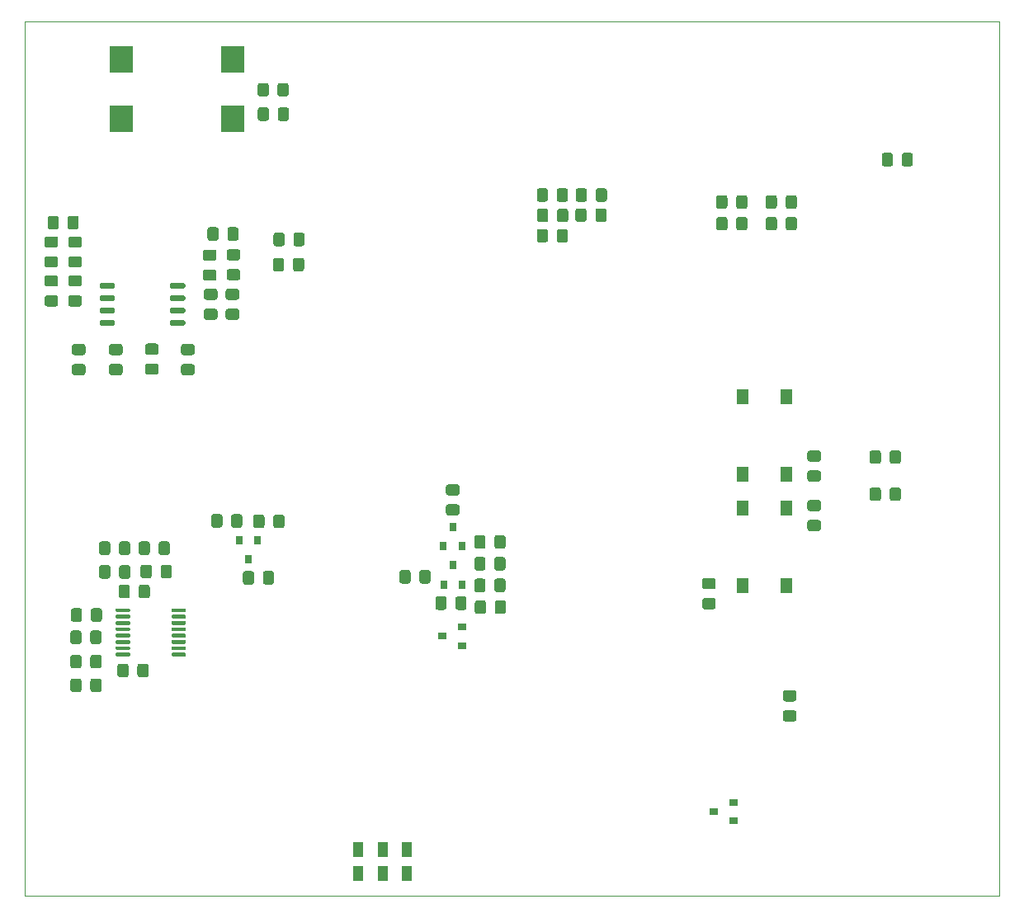
<source format=gbr>
%TF.GenerationSoftware,KiCad,Pcbnew,5.1.6+dfsg1-1*%
%TF.CreationDate,2021-04-07T14:27:39-04:00*%
%TF.ProjectId,uSDX-x,75534458-2d78-42e6-9b69-6361645f7063,rev?*%
%TF.SameCoordinates,Original*%
%TF.FileFunction,Paste,Top*%
%TF.FilePolarity,Positive*%
%FSLAX46Y46*%
G04 Gerber Fmt 4.6, Leading zero omitted, Abs format (unit mm)*
G04 Created by KiCad (PCBNEW 5.1.6+dfsg1-1) date 2021-04-07 14:27:39*
%MOMM*%
%LPD*%
G01*
G04 APERTURE LIST*
%TA.AperFunction,Profile*%
%ADD10C,0.050000*%
%TD*%
%ADD11R,2.400000X2.800000*%
%ADD12R,1.300000X1.550000*%
%ADD13R,1.000000X1.600000*%
%ADD14R,0.900000X0.800000*%
%ADD15R,0.800000X0.900000*%
G04 APERTURE END LIST*
D10*
X89350000Y-143150000D02*
X89350000Y-53400000D01*
X189350000Y-143150000D02*
X89350000Y-143150000D01*
X189350000Y-53400000D02*
X189350000Y-143150000D01*
X89350000Y-53400000D02*
X189350000Y-53400000D01*
D11*
%TO.C,J1*%
X99300000Y-57300000D03*
X99300000Y-63400000D03*
X110700000Y-63400000D03*
X110700000Y-57300000D03*
%TD*%
%TO.C,U2*%
G36*
G01*
X104233600Y-80665000D02*
X104233600Y-80365000D01*
G75*
G02*
X104383600Y-80215000I150000J0D01*
G01*
X105683600Y-80215000D01*
G75*
G02*
X105833600Y-80365000I0J-150000D01*
G01*
X105833600Y-80665000D01*
G75*
G02*
X105683600Y-80815000I-150000J0D01*
G01*
X104383600Y-80815000D01*
G75*
G02*
X104233600Y-80665000I0J150000D01*
G01*
G37*
G36*
G01*
X104233600Y-81935000D02*
X104233600Y-81635000D01*
G75*
G02*
X104383600Y-81485000I150000J0D01*
G01*
X105683600Y-81485000D01*
G75*
G02*
X105833600Y-81635000I0J-150000D01*
G01*
X105833600Y-81935000D01*
G75*
G02*
X105683600Y-82085000I-150000J0D01*
G01*
X104383600Y-82085000D01*
G75*
G02*
X104233600Y-81935000I0J150000D01*
G01*
G37*
G36*
G01*
X104233600Y-83205000D02*
X104233600Y-82905000D01*
G75*
G02*
X104383600Y-82755000I150000J0D01*
G01*
X105683600Y-82755000D01*
G75*
G02*
X105833600Y-82905000I0J-150000D01*
G01*
X105833600Y-83205000D01*
G75*
G02*
X105683600Y-83355000I-150000J0D01*
G01*
X104383600Y-83355000D01*
G75*
G02*
X104233600Y-83205000I0J150000D01*
G01*
G37*
G36*
G01*
X104233600Y-84475000D02*
X104233600Y-84175000D01*
G75*
G02*
X104383600Y-84025000I150000J0D01*
G01*
X105683600Y-84025000D01*
G75*
G02*
X105833600Y-84175000I0J-150000D01*
G01*
X105833600Y-84475000D01*
G75*
G02*
X105683600Y-84625000I-150000J0D01*
G01*
X104383600Y-84625000D01*
G75*
G02*
X104233600Y-84475000I0J150000D01*
G01*
G37*
G36*
G01*
X97033600Y-84475000D02*
X97033600Y-84175000D01*
G75*
G02*
X97183600Y-84025000I150000J0D01*
G01*
X98483600Y-84025000D01*
G75*
G02*
X98633600Y-84175000I0J-150000D01*
G01*
X98633600Y-84475000D01*
G75*
G02*
X98483600Y-84625000I-150000J0D01*
G01*
X97183600Y-84625000D01*
G75*
G02*
X97033600Y-84475000I0J150000D01*
G01*
G37*
G36*
G01*
X97033600Y-83205000D02*
X97033600Y-82905000D01*
G75*
G02*
X97183600Y-82755000I150000J0D01*
G01*
X98483600Y-82755000D01*
G75*
G02*
X98633600Y-82905000I0J-150000D01*
G01*
X98633600Y-83205000D01*
G75*
G02*
X98483600Y-83355000I-150000J0D01*
G01*
X97183600Y-83355000D01*
G75*
G02*
X97033600Y-83205000I0J150000D01*
G01*
G37*
G36*
G01*
X97033600Y-81935000D02*
X97033600Y-81635000D01*
G75*
G02*
X97183600Y-81485000I150000J0D01*
G01*
X98483600Y-81485000D01*
G75*
G02*
X98633600Y-81635000I0J-150000D01*
G01*
X98633600Y-81935000D01*
G75*
G02*
X98483600Y-82085000I-150000J0D01*
G01*
X97183600Y-82085000D01*
G75*
G02*
X97033600Y-81935000I0J150000D01*
G01*
G37*
G36*
G01*
X97033600Y-80665000D02*
X97033600Y-80365000D01*
G75*
G02*
X97183600Y-80215000I150000J0D01*
G01*
X98483600Y-80215000D01*
G75*
G02*
X98633600Y-80365000I0J-150000D01*
G01*
X98633600Y-80665000D01*
G75*
G02*
X98483600Y-80815000I-150000J0D01*
G01*
X97183600Y-80815000D01*
G75*
G02*
X97033600Y-80665000I0J150000D01*
G01*
G37*
%TD*%
%TO.C,U1*%
G36*
G01*
X100172600Y-118278600D02*
X100172600Y-118478600D01*
G75*
G02*
X100072600Y-118578600I-100000J0D01*
G01*
X98797600Y-118578600D01*
G75*
G02*
X98697600Y-118478600I0J100000D01*
G01*
X98697600Y-118278600D01*
G75*
G02*
X98797600Y-118178600I100000J0D01*
G01*
X100072600Y-118178600D01*
G75*
G02*
X100172600Y-118278600I0J-100000D01*
G01*
G37*
G36*
G01*
X100172600Y-117628600D02*
X100172600Y-117828600D01*
G75*
G02*
X100072600Y-117928600I-100000J0D01*
G01*
X98797600Y-117928600D01*
G75*
G02*
X98697600Y-117828600I0J100000D01*
G01*
X98697600Y-117628600D01*
G75*
G02*
X98797600Y-117528600I100000J0D01*
G01*
X100072600Y-117528600D01*
G75*
G02*
X100172600Y-117628600I0J-100000D01*
G01*
G37*
G36*
G01*
X100172600Y-116978600D02*
X100172600Y-117178600D01*
G75*
G02*
X100072600Y-117278600I-100000J0D01*
G01*
X98797600Y-117278600D01*
G75*
G02*
X98697600Y-117178600I0J100000D01*
G01*
X98697600Y-116978600D01*
G75*
G02*
X98797600Y-116878600I100000J0D01*
G01*
X100072600Y-116878600D01*
G75*
G02*
X100172600Y-116978600I0J-100000D01*
G01*
G37*
G36*
G01*
X100172600Y-116328600D02*
X100172600Y-116528600D01*
G75*
G02*
X100072600Y-116628600I-100000J0D01*
G01*
X98797600Y-116628600D01*
G75*
G02*
X98697600Y-116528600I0J100000D01*
G01*
X98697600Y-116328600D01*
G75*
G02*
X98797600Y-116228600I100000J0D01*
G01*
X100072600Y-116228600D01*
G75*
G02*
X100172600Y-116328600I0J-100000D01*
G01*
G37*
G36*
G01*
X100172600Y-115678600D02*
X100172600Y-115878600D01*
G75*
G02*
X100072600Y-115978600I-100000J0D01*
G01*
X98797600Y-115978600D01*
G75*
G02*
X98697600Y-115878600I0J100000D01*
G01*
X98697600Y-115678600D01*
G75*
G02*
X98797600Y-115578600I100000J0D01*
G01*
X100072600Y-115578600D01*
G75*
G02*
X100172600Y-115678600I0J-100000D01*
G01*
G37*
G36*
G01*
X100172600Y-115028600D02*
X100172600Y-115228600D01*
G75*
G02*
X100072600Y-115328600I-100000J0D01*
G01*
X98797600Y-115328600D01*
G75*
G02*
X98697600Y-115228600I0J100000D01*
G01*
X98697600Y-115028600D01*
G75*
G02*
X98797600Y-114928600I100000J0D01*
G01*
X100072600Y-114928600D01*
G75*
G02*
X100172600Y-115028600I0J-100000D01*
G01*
G37*
G36*
G01*
X100172600Y-114378600D02*
X100172600Y-114578600D01*
G75*
G02*
X100072600Y-114678600I-100000J0D01*
G01*
X98797600Y-114678600D01*
G75*
G02*
X98697600Y-114578600I0J100000D01*
G01*
X98697600Y-114378600D01*
G75*
G02*
X98797600Y-114278600I100000J0D01*
G01*
X100072600Y-114278600D01*
G75*
G02*
X100172600Y-114378600I0J-100000D01*
G01*
G37*
G36*
G01*
X100172600Y-113728600D02*
X100172600Y-113928600D01*
G75*
G02*
X100072600Y-114028600I-100000J0D01*
G01*
X98797600Y-114028600D01*
G75*
G02*
X98697600Y-113928600I0J100000D01*
G01*
X98697600Y-113728600D01*
G75*
G02*
X98797600Y-113628600I100000J0D01*
G01*
X100072600Y-113628600D01*
G75*
G02*
X100172600Y-113728600I0J-100000D01*
G01*
G37*
G36*
G01*
X105897600Y-113728600D02*
X105897600Y-113928600D01*
G75*
G02*
X105797600Y-114028600I-100000J0D01*
G01*
X104522600Y-114028600D01*
G75*
G02*
X104422600Y-113928600I0J100000D01*
G01*
X104422600Y-113728600D01*
G75*
G02*
X104522600Y-113628600I100000J0D01*
G01*
X105797600Y-113628600D01*
G75*
G02*
X105897600Y-113728600I0J-100000D01*
G01*
G37*
G36*
G01*
X105897600Y-114378600D02*
X105897600Y-114578600D01*
G75*
G02*
X105797600Y-114678600I-100000J0D01*
G01*
X104522600Y-114678600D01*
G75*
G02*
X104422600Y-114578600I0J100000D01*
G01*
X104422600Y-114378600D01*
G75*
G02*
X104522600Y-114278600I100000J0D01*
G01*
X105797600Y-114278600D01*
G75*
G02*
X105897600Y-114378600I0J-100000D01*
G01*
G37*
G36*
G01*
X105897600Y-115028600D02*
X105897600Y-115228600D01*
G75*
G02*
X105797600Y-115328600I-100000J0D01*
G01*
X104522600Y-115328600D01*
G75*
G02*
X104422600Y-115228600I0J100000D01*
G01*
X104422600Y-115028600D01*
G75*
G02*
X104522600Y-114928600I100000J0D01*
G01*
X105797600Y-114928600D01*
G75*
G02*
X105897600Y-115028600I0J-100000D01*
G01*
G37*
G36*
G01*
X105897600Y-115678600D02*
X105897600Y-115878600D01*
G75*
G02*
X105797600Y-115978600I-100000J0D01*
G01*
X104522600Y-115978600D01*
G75*
G02*
X104422600Y-115878600I0J100000D01*
G01*
X104422600Y-115678600D01*
G75*
G02*
X104522600Y-115578600I100000J0D01*
G01*
X105797600Y-115578600D01*
G75*
G02*
X105897600Y-115678600I0J-100000D01*
G01*
G37*
G36*
G01*
X105897600Y-116328600D02*
X105897600Y-116528600D01*
G75*
G02*
X105797600Y-116628600I-100000J0D01*
G01*
X104522600Y-116628600D01*
G75*
G02*
X104422600Y-116528600I0J100000D01*
G01*
X104422600Y-116328600D01*
G75*
G02*
X104522600Y-116228600I100000J0D01*
G01*
X105797600Y-116228600D01*
G75*
G02*
X105897600Y-116328600I0J-100000D01*
G01*
G37*
G36*
G01*
X105897600Y-116978600D02*
X105897600Y-117178600D01*
G75*
G02*
X105797600Y-117278600I-100000J0D01*
G01*
X104522600Y-117278600D01*
G75*
G02*
X104422600Y-117178600I0J100000D01*
G01*
X104422600Y-116978600D01*
G75*
G02*
X104522600Y-116878600I100000J0D01*
G01*
X105797600Y-116878600D01*
G75*
G02*
X105897600Y-116978600I0J-100000D01*
G01*
G37*
G36*
G01*
X105897600Y-117628600D02*
X105897600Y-117828600D01*
G75*
G02*
X105797600Y-117928600I-100000J0D01*
G01*
X104522600Y-117928600D01*
G75*
G02*
X104422600Y-117828600I0J100000D01*
G01*
X104422600Y-117628600D01*
G75*
G02*
X104522600Y-117528600I100000J0D01*
G01*
X105797600Y-117528600D01*
G75*
G02*
X105897600Y-117628600I0J-100000D01*
G01*
G37*
G36*
G01*
X105897600Y-118278600D02*
X105897600Y-118478600D01*
G75*
G02*
X105797600Y-118578600I-100000J0D01*
G01*
X104522600Y-118578600D01*
G75*
G02*
X104422600Y-118478600I0J100000D01*
G01*
X104422600Y-118278600D01*
G75*
G02*
X104522600Y-118178600I100000J0D01*
G01*
X105797600Y-118178600D01*
G75*
G02*
X105897600Y-118278600I0J-100000D01*
G01*
G37*
%TD*%
D12*
%TO.C,SW3*%
X167530000Y-91885000D03*
X163030000Y-91885000D03*
X163030000Y-99835000D03*
X167530000Y-99835000D03*
%TD*%
%TO.C,SW2*%
X167530000Y-103315000D03*
X163030000Y-103315000D03*
X163030000Y-111265000D03*
X167530000Y-111265000D03*
%TD*%
D13*
%TO.C,SW1*%
X128600000Y-138420000D03*
X126100000Y-138420000D03*
X123600000Y-138420000D03*
X128600000Y-140820000D03*
X126100000Y-140820000D03*
X123600000Y-140820000D03*
%TD*%
%TO.C,R30*%
G36*
G01*
X143050000Y-74932599D02*
X143050000Y-75832601D01*
G75*
G02*
X142800001Y-76082600I-249999J0D01*
G01*
X142149999Y-76082600D01*
G75*
G02*
X141900000Y-75832601I0J249999D01*
G01*
X141900000Y-74932599D01*
G75*
G02*
X142149999Y-74682600I249999J0D01*
G01*
X142800001Y-74682600D01*
G75*
G02*
X143050000Y-74932599I0J-249999D01*
G01*
G37*
G36*
G01*
X145100000Y-74932599D02*
X145100000Y-75832601D01*
G75*
G02*
X144850001Y-76082600I-249999J0D01*
G01*
X144199999Y-76082600D01*
G75*
G02*
X143950000Y-75832601I0J249999D01*
G01*
X143950000Y-74932599D01*
G75*
G02*
X144199999Y-74682600I249999J0D01*
G01*
X144850001Y-74682600D01*
G75*
G02*
X145100000Y-74932599I0J-249999D01*
G01*
G37*
%TD*%
%TO.C,R29*%
G36*
G01*
X143975000Y-73750001D02*
X143975000Y-72849999D01*
G75*
G02*
X144224999Y-72600000I249999J0D01*
G01*
X144875001Y-72600000D01*
G75*
G02*
X145125000Y-72849999I0J-249999D01*
G01*
X145125000Y-73750001D01*
G75*
G02*
X144875001Y-74000000I-249999J0D01*
G01*
X144224999Y-74000000D01*
G75*
G02*
X143975000Y-73750001I0J249999D01*
G01*
G37*
G36*
G01*
X141925000Y-73750001D02*
X141925000Y-72849999D01*
G75*
G02*
X142174999Y-72600000I249999J0D01*
G01*
X142825001Y-72600000D01*
G75*
G02*
X143075000Y-72849999I0J-249999D01*
G01*
X143075000Y-73750001D01*
G75*
G02*
X142825001Y-74000000I-249999J0D01*
G01*
X142174999Y-74000000D01*
G75*
G02*
X141925000Y-73750001I0J249999D01*
G01*
G37*
%TD*%
%TO.C,R28*%
G36*
G01*
X143050000Y-70749999D02*
X143050000Y-71650001D01*
G75*
G02*
X142800001Y-71900000I-249999J0D01*
G01*
X142149999Y-71900000D01*
G75*
G02*
X141900000Y-71650001I0J249999D01*
G01*
X141900000Y-70749999D01*
G75*
G02*
X142149999Y-70500000I249999J0D01*
G01*
X142800001Y-70500000D01*
G75*
G02*
X143050000Y-70749999I0J-249999D01*
G01*
G37*
G36*
G01*
X145100000Y-70749999D02*
X145100000Y-71650001D01*
G75*
G02*
X144850001Y-71900000I-249999J0D01*
G01*
X144199999Y-71900000D01*
G75*
G02*
X143950000Y-71650001I0J249999D01*
G01*
X143950000Y-70749999D01*
G75*
G02*
X144199999Y-70500000I249999J0D01*
G01*
X144850001Y-70500000D01*
G75*
G02*
X145100000Y-70749999I0J-249999D01*
G01*
G37*
%TD*%
%TO.C,R27*%
G36*
G01*
X161460000Y-73699999D02*
X161460000Y-74600001D01*
G75*
G02*
X161210001Y-74850000I-249999J0D01*
G01*
X160559999Y-74850000D01*
G75*
G02*
X160310000Y-74600001I0J249999D01*
G01*
X160310000Y-73699999D01*
G75*
G02*
X160559999Y-73450000I249999J0D01*
G01*
X161210001Y-73450000D01*
G75*
G02*
X161460000Y-73699999I0J-249999D01*
G01*
G37*
G36*
G01*
X163510000Y-73699999D02*
X163510000Y-74600001D01*
G75*
G02*
X163260001Y-74850000I-249999J0D01*
G01*
X162609999Y-74850000D01*
G75*
G02*
X162360000Y-74600001I0J249999D01*
G01*
X162360000Y-73699999D01*
G75*
G02*
X162609999Y-73450000I249999J0D01*
G01*
X163260001Y-73450000D01*
G75*
G02*
X163510000Y-73699999I0J-249999D01*
G01*
G37*
%TD*%
%TO.C,R26*%
G36*
G01*
X178449600Y-67129199D02*
X178449600Y-68029201D01*
G75*
G02*
X178199601Y-68279200I-249999J0D01*
G01*
X177549599Y-68279200D01*
G75*
G02*
X177299600Y-68029201I0J249999D01*
G01*
X177299600Y-67129199D01*
G75*
G02*
X177549599Y-66879200I249999J0D01*
G01*
X178199601Y-66879200D01*
G75*
G02*
X178449600Y-67129199I0J-249999D01*
G01*
G37*
G36*
G01*
X180499600Y-67129199D02*
X180499600Y-68029201D01*
G75*
G02*
X180249601Y-68279200I-249999J0D01*
G01*
X179599599Y-68279200D01*
G75*
G02*
X179349600Y-68029201I0J249999D01*
G01*
X179349600Y-67129199D01*
G75*
G02*
X179599599Y-66879200I249999J0D01*
G01*
X180249601Y-66879200D01*
G75*
G02*
X180499600Y-67129199I0J-249999D01*
G01*
G37*
%TD*%
%TO.C,R25*%
G36*
G01*
X177205000Y-101469999D02*
X177205000Y-102370001D01*
G75*
G02*
X176955001Y-102620000I-249999J0D01*
G01*
X176304999Y-102620000D01*
G75*
G02*
X176055000Y-102370001I0J249999D01*
G01*
X176055000Y-101469999D01*
G75*
G02*
X176304999Y-101220000I249999J0D01*
G01*
X176955001Y-101220000D01*
G75*
G02*
X177205000Y-101469999I0J-249999D01*
G01*
G37*
G36*
G01*
X179255000Y-101469999D02*
X179255000Y-102370001D01*
G75*
G02*
X179005001Y-102620000I-249999J0D01*
G01*
X178354999Y-102620000D01*
G75*
G02*
X178105000Y-102370001I0J249999D01*
G01*
X178105000Y-101469999D01*
G75*
G02*
X178354999Y-101220000I249999J0D01*
G01*
X179005001Y-101220000D01*
G75*
G02*
X179255000Y-101469999I0J-249999D01*
G01*
G37*
%TD*%
%TO.C,R24*%
G36*
G01*
X177205000Y-97659999D02*
X177205000Y-98560001D01*
G75*
G02*
X176955001Y-98810000I-249999J0D01*
G01*
X176304999Y-98810000D01*
G75*
G02*
X176055000Y-98560001I0J249999D01*
G01*
X176055000Y-97659999D01*
G75*
G02*
X176304999Y-97410000I249999J0D01*
G01*
X176955001Y-97410000D01*
G75*
G02*
X177205000Y-97659999I0J-249999D01*
G01*
G37*
G36*
G01*
X179255000Y-97659999D02*
X179255000Y-98560001D01*
G75*
G02*
X179005001Y-98810000I-249999J0D01*
G01*
X178354999Y-98810000D01*
G75*
G02*
X178105000Y-98560001I0J249999D01*
G01*
X178105000Y-97659999D01*
G75*
G02*
X178354999Y-97410000I249999J0D01*
G01*
X179005001Y-97410000D01*
G75*
G02*
X179255000Y-97659999I0J-249999D01*
G01*
G37*
%TD*%
%TO.C,R23*%
G36*
G01*
X160015001Y-111675000D02*
X159114999Y-111675000D01*
G75*
G02*
X158865000Y-111425001I0J249999D01*
G01*
X158865000Y-110774999D01*
G75*
G02*
X159114999Y-110525000I249999J0D01*
G01*
X160015001Y-110525000D01*
G75*
G02*
X160265000Y-110774999I0J-249999D01*
G01*
X160265000Y-111425001D01*
G75*
G02*
X160015001Y-111675000I-249999J0D01*
G01*
G37*
G36*
G01*
X160015001Y-113725000D02*
X159114999Y-113725000D01*
G75*
G02*
X158865000Y-113475001I0J249999D01*
G01*
X158865000Y-112824999D01*
G75*
G02*
X159114999Y-112575000I249999J0D01*
G01*
X160015001Y-112575000D01*
G75*
G02*
X160265000Y-112824999I0J-249999D01*
G01*
X160265000Y-113475001D01*
G75*
G02*
X160015001Y-113725000I-249999J0D01*
G01*
G37*
%TD*%
%TO.C,R22*%
G36*
G01*
X170810001Y-98585000D02*
X169909999Y-98585000D01*
G75*
G02*
X169660000Y-98335001I0J249999D01*
G01*
X169660000Y-97684999D01*
G75*
G02*
X169909999Y-97435000I249999J0D01*
G01*
X170810001Y-97435000D01*
G75*
G02*
X171060000Y-97684999I0J-249999D01*
G01*
X171060000Y-98335001D01*
G75*
G02*
X170810001Y-98585000I-249999J0D01*
G01*
G37*
G36*
G01*
X170810001Y-100635000D02*
X169909999Y-100635000D01*
G75*
G02*
X169660000Y-100385001I0J249999D01*
G01*
X169660000Y-99734999D01*
G75*
G02*
X169909999Y-99485000I249999J0D01*
G01*
X170810001Y-99485000D01*
G75*
G02*
X171060000Y-99734999I0J-249999D01*
G01*
X171060000Y-100385001D01*
G75*
G02*
X170810001Y-100635000I-249999J0D01*
G01*
G37*
%TD*%
%TO.C,R21*%
G36*
G01*
X169909999Y-104565000D02*
X170810001Y-104565000D01*
G75*
G02*
X171060000Y-104814999I0J-249999D01*
G01*
X171060000Y-105465001D01*
G75*
G02*
X170810001Y-105715000I-249999J0D01*
G01*
X169909999Y-105715000D01*
G75*
G02*
X169660000Y-105465001I0J249999D01*
G01*
X169660000Y-104814999D01*
G75*
G02*
X169909999Y-104565000I249999J0D01*
G01*
G37*
G36*
G01*
X169909999Y-102515000D02*
X170810001Y-102515000D01*
G75*
G02*
X171060000Y-102764999I0J-249999D01*
G01*
X171060000Y-103415001D01*
G75*
G02*
X170810001Y-103665000I-249999J0D01*
G01*
X169909999Y-103665000D01*
G75*
G02*
X169660000Y-103415001I0J249999D01*
G01*
X169660000Y-102764999D01*
G75*
G02*
X169909999Y-102515000I249999J0D01*
G01*
G37*
%TD*%
%TO.C,R20*%
G36*
G01*
X116877600Y-78801201D02*
X116877600Y-77901199D01*
G75*
G02*
X117127599Y-77651200I249999J0D01*
G01*
X117777601Y-77651200D01*
G75*
G02*
X118027600Y-77901199I0J-249999D01*
G01*
X118027600Y-78801201D01*
G75*
G02*
X117777601Y-79051200I-249999J0D01*
G01*
X117127599Y-79051200D01*
G75*
G02*
X116877600Y-78801201I0J249999D01*
G01*
G37*
G36*
G01*
X114827600Y-78801201D02*
X114827600Y-77901199D01*
G75*
G02*
X115077599Y-77651200I249999J0D01*
G01*
X115727601Y-77651200D01*
G75*
G02*
X115977600Y-77901199I0J-249999D01*
G01*
X115977600Y-78801201D01*
G75*
G02*
X115727601Y-79051200I-249999J0D01*
G01*
X115077599Y-79051200D01*
G75*
G02*
X114827600Y-78801201I0J249999D01*
G01*
G37*
%TD*%
%TO.C,R19*%
G36*
G01*
X116928400Y-76210401D02*
X116928400Y-75310399D01*
G75*
G02*
X117178399Y-75060400I249999J0D01*
G01*
X117828401Y-75060400D01*
G75*
G02*
X118078400Y-75310399I0J-249999D01*
G01*
X118078400Y-76210401D01*
G75*
G02*
X117828401Y-76460400I-249999J0D01*
G01*
X117178399Y-76460400D01*
G75*
G02*
X116928400Y-76210401I0J249999D01*
G01*
G37*
G36*
G01*
X114878400Y-76210401D02*
X114878400Y-75310399D01*
G75*
G02*
X115128399Y-75060400I249999J0D01*
G01*
X115778401Y-75060400D01*
G75*
G02*
X116028400Y-75310399I0J-249999D01*
G01*
X116028400Y-76210401D01*
G75*
G02*
X115778401Y-76460400I-249999J0D01*
G01*
X115128399Y-76460400D01*
G75*
G02*
X114878400Y-76210401I0J249999D01*
G01*
G37*
%TD*%
%TO.C,R18*%
G36*
G01*
X94074799Y-77494200D02*
X94974801Y-77494200D01*
G75*
G02*
X95224800Y-77744199I0J-249999D01*
G01*
X95224800Y-78394201D01*
G75*
G02*
X94974801Y-78644200I-249999J0D01*
G01*
X94074799Y-78644200D01*
G75*
G02*
X93824800Y-78394201I0J249999D01*
G01*
X93824800Y-77744199D01*
G75*
G02*
X94074799Y-77494200I249999J0D01*
G01*
G37*
G36*
G01*
X94074799Y-75444200D02*
X94974801Y-75444200D01*
G75*
G02*
X95224800Y-75694199I0J-249999D01*
G01*
X95224800Y-76344201D01*
G75*
G02*
X94974801Y-76594200I-249999J0D01*
G01*
X94074799Y-76594200D01*
G75*
G02*
X93824800Y-76344201I0J249999D01*
G01*
X93824800Y-75694199D01*
G75*
G02*
X94074799Y-75444200I249999J0D01*
G01*
G37*
%TD*%
%TO.C,R17*%
G36*
G01*
X92855600Y-73587999D02*
X92855600Y-74488001D01*
G75*
G02*
X92605601Y-74738000I-249999J0D01*
G01*
X91955599Y-74738000D01*
G75*
G02*
X91705600Y-74488001I0J249999D01*
G01*
X91705600Y-73587999D01*
G75*
G02*
X91955599Y-73338000I249999J0D01*
G01*
X92605601Y-73338000D01*
G75*
G02*
X92855600Y-73587999I0J-249999D01*
G01*
G37*
G36*
G01*
X94905600Y-73587999D02*
X94905600Y-74488001D01*
G75*
G02*
X94655601Y-74738000I-249999J0D01*
G01*
X94005599Y-74738000D01*
G75*
G02*
X93755600Y-74488001I0J249999D01*
G01*
X93755600Y-73587999D01*
G75*
G02*
X94005599Y-73338000I249999J0D01*
G01*
X94655601Y-73338000D01*
G75*
G02*
X94905600Y-73587999I0J-249999D01*
G01*
G37*
%TD*%
%TO.C,R16*%
G36*
G01*
X107892399Y-78856800D02*
X108792401Y-78856800D01*
G75*
G02*
X109042400Y-79106799I0J-249999D01*
G01*
X109042400Y-79756801D01*
G75*
G02*
X108792401Y-80006800I-249999J0D01*
G01*
X107892399Y-80006800D01*
G75*
G02*
X107642400Y-79756801I0J249999D01*
G01*
X107642400Y-79106799D01*
G75*
G02*
X107892399Y-78856800I249999J0D01*
G01*
G37*
G36*
G01*
X107892399Y-76806800D02*
X108792401Y-76806800D01*
G75*
G02*
X109042400Y-77056799I0J-249999D01*
G01*
X109042400Y-77706801D01*
G75*
G02*
X108792401Y-77956800I-249999J0D01*
G01*
X107892399Y-77956800D01*
G75*
G02*
X107642400Y-77706801I0J249999D01*
G01*
X107642400Y-77056799D01*
G75*
G02*
X107892399Y-76806800I249999J0D01*
G01*
G37*
%TD*%
%TO.C,R15*%
G36*
G01*
X110155000Y-75656401D02*
X110155000Y-74756399D01*
G75*
G02*
X110404999Y-74506400I249999J0D01*
G01*
X111055001Y-74506400D01*
G75*
G02*
X111305000Y-74756399I0J-249999D01*
G01*
X111305000Y-75656401D01*
G75*
G02*
X111055001Y-75906400I-249999J0D01*
G01*
X110404999Y-75906400D01*
G75*
G02*
X110155000Y-75656401I0J249999D01*
G01*
G37*
G36*
G01*
X108105000Y-75656401D02*
X108105000Y-74756399D01*
G75*
G02*
X108354999Y-74506400I249999J0D01*
G01*
X109005001Y-74506400D01*
G75*
G02*
X109255000Y-74756399I0J-249999D01*
G01*
X109255000Y-75656401D01*
G75*
G02*
X109005001Y-75906400I-249999J0D01*
G01*
X108354999Y-75906400D01*
G75*
G02*
X108105000Y-75656401I0J249999D01*
G01*
G37*
%TD*%
%TO.C,R14*%
G36*
G01*
X94974801Y-80598400D02*
X94074799Y-80598400D01*
G75*
G02*
X93824800Y-80348401I0J249999D01*
G01*
X93824800Y-79698399D01*
G75*
G02*
X94074799Y-79448400I249999J0D01*
G01*
X94974801Y-79448400D01*
G75*
G02*
X95224800Y-79698399I0J-249999D01*
G01*
X95224800Y-80348401D01*
G75*
G02*
X94974801Y-80598400I-249999J0D01*
G01*
G37*
G36*
G01*
X94974801Y-82648400D02*
X94074799Y-82648400D01*
G75*
G02*
X93824800Y-82398401I0J249999D01*
G01*
X93824800Y-81748399D01*
G75*
G02*
X94074799Y-81498400I249999J0D01*
G01*
X94974801Y-81498400D01*
G75*
G02*
X95224800Y-81748399I0J-249999D01*
G01*
X95224800Y-82398401D01*
G75*
G02*
X94974801Y-82648400I-249999J0D01*
G01*
G37*
%TD*%
%TO.C,R13*%
G36*
G01*
X108894001Y-81970000D02*
X107993999Y-81970000D01*
G75*
G02*
X107744000Y-81720001I0J249999D01*
G01*
X107744000Y-81069999D01*
G75*
G02*
X107993999Y-80820000I249999J0D01*
G01*
X108894001Y-80820000D01*
G75*
G02*
X109144000Y-81069999I0J-249999D01*
G01*
X109144000Y-81720001D01*
G75*
G02*
X108894001Y-81970000I-249999J0D01*
G01*
G37*
G36*
G01*
X108894001Y-84020000D02*
X107993999Y-84020000D01*
G75*
G02*
X107744000Y-83770001I0J249999D01*
G01*
X107744000Y-83119999D01*
G75*
G02*
X107993999Y-82870000I249999J0D01*
G01*
X108894001Y-82870000D01*
G75*
G02*
X109144000Y-83119999I0J-249999D01*
G01*
X109144000Y-83770001D01*
G75*
G02*
X108894001Y-84020000I-249999J0D01*
G01*
G37*
%TD*%
%TO.C,R12*%
G36*
G01*
X106550001Y-87650000D02*
X105649999Y-87650000D01*
G75*
G02*
X105400000Y-87400001I0J249999D01*
G01*
X105400000Y-86749999D01*
G75*
G02*
X105649999Y-86500000I249999J0D01*
G01*
X106550001Y-86500000D01*
G75*
G02*
X106800000Y-86749999I0J-249999D01*
G01*
X106800000Y-87400001D01*
G75*
G02*
X106550001Y-87650000I-249999J0D01*
G01*
G37*
G36*
G01*
X106550001Y-89700000D02*
X105649999Y-89700000D01*
G75*
G02*
X105400000Y-89450001I0J249999D01*
G01*
X105400000Y-88799999D01*
G75*
G02*
X105649999Y-88550000I249999J0D01*
G01*
X106550001Y-88550000D01*
G75*
G02*
X106800000Y-88799999I0J-249999D01*
G01*
X106800000Y-89450001D01*
G75*
G02*
X106550001Y-89700000I-249999J0D01*
G01*
G37*
%TD*%
%TO.C,R11*%
G36*
G01*
X95350001Y-87650000D02*
X94449999Y-87650000D01*
G75*
G02*
X94200000Y-87400001I0J249999D01*
G01*
X94200000Y-86749999D01*
G75*
G02*
X94449999Y-86500000I249999J0D01*
G01*
X95350001Y-86500000D01*
G75*
G02*
X95600000Y-86749999I0J-249999D01*
G01*
X95600000Y-87400001D01*
G75*
G02*
X95350001Y-87650000I-249999J0D01*
G01*
G37*
G36*
G01*
X95350001Y-89700000D02*
X94449999Y-89700000D01*
G75*
G02*
X94200000Y-89450001I0J249999D01*
G01*
X94200000Y-88799999D01*
G75*
G02*
X94449999Y-88550000I249999J0D01*
G01*
X95350001Y-88550000D01*
G75*
G02*
X95600000Y-88799999I0J-249999D01*
G01*
X95600000Y-89450001D01*
G75*
G02*
X95350001Y-89700000I-249999J0D01*
G01*
G37*
%TD*%
%TO.C,R10*%
G36*
G01*
X102850001Y-87600000D02*
X101949999Y-87600000D01*
G75*
G02*
X101700000Y-87350001I0J249999D01*
G01*
X101700000Y-86699999D01*
G75*
G02*
X101949999Y-86450000I249999J0D01*
G01*
X102850001Y-86450000D01*
G75*
G02*
X103100000Y-86699999I0J-249999D01*
G01*
X103100000Y-87350001D01*
G75*
G02*
X102850001Y-87600000I-249999J0D01*
G01*
G37*
G36*
G01*
X102850001Y-89650000D02*
X101949999Y-89650000D01*
G75*
G02*
X101700000Y-89400001I0J249999D01*
G01*
X101700000Y-88749999D01*
G75*
G02*
X101949999Y-88500000I249999J0D01*
G01*
X102850001Y-88500000D01*
G75*
G02*
X103100000Y-88749999I0J-249999D01*
G01*
X103100000Y-89400001D01*
G75*
G02*
X102850001Y-89650000I-249999J0D01*
G01*
G37*
%TD*%
%TO.C,R9*%
G36*
G01*
X99150001Y-87650000D02*
X98249999Y-87650000D01*
G75*
G02*
X98000000Y-87400001I0J249999D01*
G01*
X98000000Y-86749999D01*
G75*
G02*
X98249999Y-86500000I249999J0D01*
G01*
X99150001Y-86500000D01*
G75*
G02*
X99400000Y-86749999I0J-249999D01*
G01*
X99400000Y-87400001D01*
G75*
G02*
X99150001Y-87650000I-249999J0D01*
G01*
G37*
G36*
G01*
X99150001Y-89700000D02*
X98249999Y-89700000D01*
G75*
G02*
X98000000Y-89450001I0J249999D01*
G01*
X98000000Y-88799999D01*
G75*
G02*
X98249999Y-88550000I249999J0D01*
G01*
X99150001Y-88550000D01*
G75*
G02*
X99400000Y-88799999I0J-249999D01*
G01*
X99400000Y-89450001D01*
G75*
G02*
X99150001Y-89700000I-249999J0D01*
G01*
G37*
%TD*%
%TO.C,R8*%
G36*
G01*
X110540800Y-105108401D02*
X110540800Y-104208399D01*
G75*
G02*
X110790799Y-103958400I249999J0D01*
G01*
X111440801Y-103958400D01*
G75*
G02*
X111690800Y-104208399I0J-249999D01*
G01*
X111690800Y-105108401D01*
G75*
G02*
X111440801Y-105358400I-249999J0D01*
G01*
X110790799Y-105358400D01*
G75*
G02*
X110540800Y-105108401I0J249999D01*
G01*
G37*
G36*
G01*
X108490800Y-105108401D02*
X108490800Y-104208399D01*
G75*
G02*
X108740799Y-103958400I249999J0D01*
G01*
X109390801Y-103958400D01*
G75*
G02*
X109640800Y-104208399I0J-249999D01*
G01*
X109640800Y-105108401D01*
G75*
G02*
X109390801Y-105358400I-249999J0D01*
G01*
X108740799Y-105358400D01*
G75*
G02*
X108490800Y-105108401I0J249999D01*
G01*
G37*
%TD*%
%TO.C,R7*%
G36*
G01*
X137543400Y-109505601D02*
X137543400Y-108605599D01*
G75*
G02*
X137793399Y-108355600I249999J0D01*
G01*
X138443401Y-108355600D01*
G75*
G02*
X138693400Y-108605599I0J-249999D01*
G01*
X138693400Y-109505601D01*
G75*
G02*
X138443401Y-109755600I-249999J0D01*
G01*
X137793399Y-109755600D01*
G75*
G02*
X137543400Y-109505601I0J249999D01*
G01*
G37*
G36*
G01*
X135493400Y-109505601D02*
X135493400Y-108605599D01*
G75*
G02*
X135743399Y-108355600I249999J0D01*
G01*
X136393401Y-108355600D01*
G75*
G02*
X136643400Y-108605599I0J-249999D01*
G01*
X136643400Y-109505601D01*
G75*
G02*
X136393401Y-109755600I-249999J0D01*
G01*
X135743399Y-109755600D01*
G75*
G02*
X135493400Y-109505601I0J249999D01*
G01*
G37*
%TD*%
%TO.C,R6*%
G36*
G01*
X132650000Y-112649999D02*
X132650000Y-113550001D01*
G75*
G02*
X132400001Y-113800000I-249999J0D01*
G01*
X131749999Y-113800000D01*
G75*
G02*
X131500000Y-113550001I0J249999D01*
G01*
X131500000Y-112649999D01*
G75*
G02*
X131749999Y-112400000I249999J0D01*
G01*
X132400001Y-112400000D01*
G75*
G02*
X132650000Y-112649999I0J-249999D01*
G01*
G37*
G36*
G01*
X134700000Y-112649999D02*
X134700000Y-113550001D01*
G75*
G02*
X134450001Y-113800000I-249999J0D01*
G01*
X133799999Y-113800000D01*
G75*
G02*
X133550000Y-113550001I0J249999D01*
G01*
X133550000Y-112649999D01*
G75*
G02*
X133799999Y-112400000I249999J0D01*
G01*
X134450001Y-112400000D01*
G75*
G02*
X134700000Y-112649999I0J-249999D01*
G01*
G37*
%TD*%
%TO.C,R5*%
G36*
G01*
X136694200Y-113065199D02*
X136694200Y-113965201D01*
G75*
G02*
X136444201Y-114215200I-249999J0D01*
G01*
X135794199Y-114215200D01*
G75*
G02*
X135544200Y-113965201I0J249999D01*
G01*
X135544200Y-113065199D01*
G75*
G02*
X135794199Y-112815200I249999J0D01*
G01*
X136444201Y-112815200D01*
G75*
G02*
X136694200Y-113065199I0J-249999D01*
G01*
G37*
G36*
G01*
X138744200Y-113065199D02*
X138744200Y-113965201D01*
G75*
G02*
X138494201Y-114215200I-249999J0D01*
G01*
X137844199Y-114215200D01*
G75*
G02*
X137594200Y-113965201I0J249999D01*
G01*
X137594200Y-113065199D01*
G75*
G02*
X137844199Y-112815200I249999J0D01*
G01*
X138494201Y-112815200D01*
G75*
G02*
X138744200Y-113065199I0J-249999D01*
G01*
G37*
%TD*%
%TO.C,R4*%
G36*
G01*
X128950000Y-109949999D02*
X128950000Y-110850001D01*
G75*
G02*
X128700001Y-111100000I-249999J0D01*
G01*
X128049999Y-111100000D01*
G75*
G02*
X127800000Y-110850001I0J249999D01*
G01*
X127800000Y-109949999D01*
G75*
G02*
X128049999Y-109700000I249999J0D01*
G01*
X128700001Y-109700000D01*
G75*
G02*
X128950000Y-109949999I0J-249999D01*
G01*
G37*
G36*
G01*
X131000000Y-109949999D02*
X131000000Y-110850001D01*
G75*
G02*
X130750001Y-111100000I-249999J0D01*
G01*
X130099999Y-111100000D01*
G75*
G02*
X129850000Y-110850001I0J249999D01*
G01*
X129850000Y-109949999D01*
G75*
G02*
X130099999Y-109700000I249999J0D01*
G01*
X130750001Y-109700000D01*
G75*
G02*
X131000000Y-109949999I0J-249999D01*
G01*
G37*
%TD*%
%TO.C,R3*%
G36*
G01*
X101050000Y-112350001D02*
X101050000Y-111449999D01*
G75*
G02*
X101299999Y-111200000I249999J0D01*
G01*
X101950001Y-111200000D01*
G75*
G02*
X102200000Y-111449999I0J-249999D01*
G01*
X102200000Y-112350001D01*
G75*
G02*
X101950001Y-112600000I-249999J0D01*
G01*
X101299999Y-112600000D01*
G75*
G02*
X101050000Y-112350001I0J249999D01*
G01*
G37*
G36*
G01*
X99000000Y-112350001D02*
X99000000Y-111449999D01*
G75*
G02*
X99249999Y-111200000I249999J0D01*
G01*
X99900001Y-111200000D01*
G75*
G02*
X100150000Y-111449999I0J-249999D01*
G01*
X100150000Y-112350001D01*
G75*
G02*
X99900001Y-112600000I-249999J0D01*
G01*
X99249999Y-112600000D01*
G75*
G02*
X99000000Y-112350001I0J249999D01*
G01*
G37*
%TD*%
%TO.C,R2*%
G36*
G01*
X98139200Y-107017599D02*
X98139200Y-107917601D01*
G75*
G02*
X97889201Y-108167600I-249999J0D01*
G01*
X97239199Y-108167600D01*
G75*
G02*
X96989200Y-107917601I0J249999D01*
G01*
X96989200Y-107017599D01*
G75*
G02*
X97239199Y-106767600I249999J0D01*
G01*
X97889201Y-106767600D01*
G75*
G02*
X98139200Y-107017599I0J-249999D01*
G01*
G37*
G36*
G01*
X100189200Y-107017599D02*
X100189200Y-107917601D01*
G75*
G02*
X99939201Y-108167600I-249999J0D01*
G01*
X99289199Y-108167600D01*
G75*
G02*
X99039200Y-107917601I0J249999D01*
G01*
X99039200Y-107017599D01*
G75*
G02*
X99289199Y-106767600I249999J0D01*
G01*
X99939201Y-106767600D01*
G75*
G02*
X100189200Y-107017599I0J-249999D01*
G01*
G37*
%TD*%
%TO.C,R1*%
G36*
G01*
X102203200Y-107017599D02*
X102203200Y-107917601D01*
G75*
G02*
X101953201Y-108167600I-249999J0D01*
G01*
X101303199Y-108167600D01*
G75*
G02*
X101053200Y-107917601I0J249999D01*
G01*
X101053200Y-107017599D01*
G75*
G02*
X101303199Y-106767600I249999J0D01*
G01*
X101953201Y-106767600D01*
G75*
G02*
X102203200Y-107017599I0J-249999D01*
G01*
G37*
G36*
G01*
X104253200Y-107017599D02*
X104253200Y-107917601D01*
G75*
G02*
X104003201Y-108167600I-249999J0D01*
G01*
X103353199Y-108167600D01*
G75*
G02*
X103103200Y-107917601I0J249999D01*
G01*
X103103200Y-107017599D01*
G75*
G02*
X103353199Y-106767600I249999J0D01*
G01*
X104003201Y-106767600D01*
G75*
G02*
X104253200Y-107017599I0J-249999D01*
G01*
G37*
%TD*%
D14*
%TO.C,Q5*%
X160057600Y-134519200D03*
X162057600Y-133569200D03*
X162057600Y-135469200D03*
%TD*%
D15*
%TO.C,Q4*%
X112326000Y-108630200D03*
X111376000Y-106630200D03*
X113276000Y-106630200D03*
%TD*%
%TO.C,Q3*%
X133325200Y-109224000D03*
X134275200Y-111224000D03*
X132375200Y-111224000D03*
%TD*%
%TO.C,Q2*%
X133274400Y-105261600D03*
X134224400Y-107261600D03*
X132324400Y-107261600D03*
%TD*%
D14*
%TO.C,Q1*%
X132200000Y-116500000D03*
X134200000Y-115550000D03*
X134200000Y-117450000D03*
%TD*%
%TO.C,C29*%
G36*
G01*
X100918800Y-120465201D02*
X100918800Y-119565199D01*
G75*
G02*
X101168799Y-119315200I249999J0D01*
G01*
X101818801Y-119315200D01*
G75*
G02*
X102068800Y-119565199I0J-249999D01*
G01*
X102068800Y-120465201D01*
G75*
G02*
X101818801Y-120715200I-249999J0D01*
G01*
X101168799Y-120715200D01*
G75*
G02*
X100918800Y-120465201I0J249999D01*
G01*
G37*
G36*
G01*
X98868800Y-120465201D02*
X98868800Y-119565199D01*
G75*
G02*
X99118799Y-119315200I249999J0D01*
G01*
X99768801Y-119315200D01*
G75*
G02*
X100018800Y-119565199I0J-249999D01*
G01*
X100018800Y-120465201D01*
G75*
G02*
X99768801Y-120715200I-249999J0D01*
G01*
X99118799Y-120715200D01*
G75*
G02*
X98868800Y-120465201I0J249999D01*
G01*
G37*
%TD*%
%TO.C,C28*%
G36*
G01*
X147011400Y-72820599D02*
X147011400Y-73720601D01*
G75*
G02*
X146761401Y-73970600I-249999J0D01*
G01*
X146111399Y-73970600D01*
G75*
G02*
X145861400Y-73720601I0J249999D01*
G01*
X145861400Y-72820599D01*
G75*
G02*
X146111399Y-72570600I249999J0D01*
G01*
X146761401Y-72570600D01*
G75*
G02*
X147011400Y-72820599I0J-249999D01*
G01*
G37*
G36*
G01*
X149061400Y-72820599D02*
X149061400Y-73720601D01*
G75*
G02*
X148811401Y-73970600I-249999J0D01*
G01*
X148161399Y-73970600D01*
G75*
G02*
X147911400Y-73720601I0J249999D01*
G01*
X147911400Y-72820599D01*
G75*
G02*
X148161399Y-72570600I249999J0D01*
G01*
X148811401Y-72570600D01*
G75*
G02*
X149061400Y-72820599I0J-249999D01*
G01*
G37*
%TD*%
%TO.C,C27*%
G36*
G01*
X147949800Y-71667001D02*
X147949800Y-70766999D01*
G75*
G02*
X148199799Y-70517000I249999J0D01*
G01*
X148849801Y-70517000D01*
G75*
G02*
X149099800Y-70766999I0J-249999D01*
G01*
X149099800Y-71667001D01*
G75*
G02*
X148849801Y-71917000I-249999J0D01*
G01*
X148199799Y-71917000D01*
G75*
G02*
X147949800Y-71667001I0J249999D01*
G01*
G37*
G36*
G01*
X145899800Y-71667001D02*
X145899800Y-70766999D01*
G75*
G02*
X146149799Y-70517000I249999J0D01*
G01*
X146799801Y-70517000D01*
G75*
G02*
X147049800Y-70766999I0J-249999D01*
G01*
X147049800Y-71667001D01*
G75*
G02*
X146799801Y-71917000I-249999J0D01*
G01*
X146149799Y-71917000D01*
G75*
G02*
X145899800Y-71667001I0J249999D01*
G01*
G37*
%TD*%
%TO.C,C26*%
G36*
G01*
X166540000Y-71474999D02*
X166540000Y-72375001D01*
G75*
G02*
X166290001Y-72625000I-249999J0D01*
G01*
X165639999Y-72625000D01*
G75*
G02*
X165390000Y-72375001I0J249999D01*
G01*
X165390000Y-71474999D01*
G75*
G02*
X165639999Y-71225000I249999J0D01*
G01*
X166290001Y-71225000D01*
G75*
G02*
X166540000Y-71474999I0J-249999D01*
G01*
G37*
G36*
G01*
X168590000Y-71474999D02*
X168590000Y-72375001D01*
G75*
G02*
X168340001Y-72625000I-249999J0D01*
G01*
X167689999Y-72625000D01*
G75*
G02*
X167440000Y-72375001I0J249999D01*
G01*
X167440000Y-71474999D01*
G75*
G02*
X167689999Y-71225000I249999J0D01*
G01*
X168340001Y-71225000D01*
G75*
G02*
X168590000Y-71474999I0J-249999D01*
G01*
G37*
%TD*%
%TO.C,C25*%
G36*
G01*
X166540000Y-73699999D02*
X166540000Y-74600001D01*
G75*
G02*
X166290001Y-74850000I-249999J0D01*
G01*
X165639999Y-74850000D01*
G75*
G02*
X165390000Y-74600001I0J249999D01*
G01*
X165390000Y-73699999D01*
G75*
G02*
X165639999Y-73450000I249999J0D01*
G01*
X166290001Y-73450000D01*
G75*
G02*
X166540000Y-73699999I0J-249999D01*
G01*
G37*
G36*
G01*
X168590000Y-73699999D02*
X168590000Y-74600001D01*
G75*
G02*
X168340001Y-74850000I-249999J0D01*
G01*
X167689999Y-74850000D01*
G75*
G02*
X167440000Y-74600001I0J249999D01*
G01*
X167440000Y-73699999D01*
G75*
G02*
X167689999Y-73450000I249999J0D01*
G01*
X168340001Y-73450000D01*
G75*
G02*
X168590000Y-73699999I0J-249999D01*
G01*
G37*
%TD*%
%TO.C,C24*%
G36*
G01*
X162360000Y-72375001D02*
X162360000Y-71474999D01*
G75*
G02*
X162609999Y-71225000I249999J0D01*
G01*
X163260001Y-71225000D01*
G75*
G02*
X163510000Y-71474999I0J-249999D01*
G01*
X163510000Y-72375001D01*
G75*
G02*
X163260001Y-72625000I-249999J0D01*
G01*
X162609999Y-72625000D01*
G75*
G02*
X162360000Y-72375001I0J249999D01*
G01*
G37*
G36*
G01*
X160310000Y-72375001D02*
X160310000Y-71474999D01*
G75*
G02*
X160559999Y-71225000I249999J0D01*
G01*
X161210001Y-71225000D01*
G75*
G02*
X161460000Y-71474999I0J-249999D01*
G01*
X161460000Y-72375001D01*
G75*
G02*
X161210001Y-72625000I-249999J0D01*
G01*
X160559999Y-72625000D01*
G75*
G02*
X160310000Y-72375001I0J249999D01*
G01*
G37*
%TD*%
%TO.C,C23*%
G36*
G01*
X168300001Y-123200000D02*
X167399999Y-123200000D01*
G75*
G02*
X167150000Y-122950001I0J249999D01*
G01*
X167150000Y-122299999D01*
G75*
G02*
X167399999Y-122050000I249999J0D01*
G01*
X168300001Y-122050000D01*
G75*
G02*
X168550000Y-122299999I0J-249999D01*
G01*
X168550000Y-122950001D01*
G75*
G02*
X168300001Y-123200000I-249999J0D01*
G01*
G37*
G36*
G01*
X168300001Y-125250000D02*
X167399999Y-125250000D01*
G75*
G02*
X167150000Y-125000001I0J249999D01*
G01*
X167150000Y-124349999D01*
G75*
G02*
X167399999Y-124100000I249999J0D01*
G01*
X168300001Y-124100000D01*
G75*
G02*
X168550000Y-124349999I0J-249999D01*
G01*
X168550000Y-125000001D01*
G75*
G02*
X168300001Y-125250000I-249999J0D01*
G01*
G37*
%TD*%
%TO.C,C22*%
G36*
G01*
X91636399Y-77494200D02*
X92536401Y-77494200D01*
G75*
G02*
X92786400Y-77744199I0J-249999D01*
G01*
X92786400Y-78394201D01*
G75*
G02*
X92536401Y-78644200I-249999J0D01*
G01*
X91636399Y-78644200D01*
G75*
G02*
X91386400Y-78394201I0J249999D01*
G01*
X91386400Y-77744199D01*
G75*
G02*
X91636399Y-77494200I249999J0D01*
G01*
G37*
G36*
G01*
X91636399Y-75444200D02*
X92536401Y-75444200D01*
G75*
G02*
X92786400Y-75694199I0J-249999D01*
G01*
X92786400Y-76344201D01*
G75*
G02*
X92536401Y-76594200I-249999J0D01*
G01*
X91636399Y-76594200D01*
G75*
G02*
X91386400Y-76344201I0J249999D01*
G01*
X91386400Y-75694199D01*
G75*
G02*
X91636399Y-75444200I249999J0D01*
G01*
G37*
%TD*%
%TO.C,C21*%
G36*
G01*
X110330799Y-78815000D02*
X111230801Y-78815000D01*
G75*
G02*
X111480800Y-79064999I0J-249999D01*
G01*
X111480800Y-79715001D01*
G75*
G02*
X111230801Y-79965000I-249999J0D01*
G01*
X110330799Y-79965000D01*
G75*
G02*
X110080800Y-79715001I0J249999D01*
G01*
X110080800Y-79064999D01*
G75*
G02*
X110330799Y-78815000I249999J0D01*
G01*
G37*
G36*
G01*
X110330799Y-76765000D02*
X111230801Y-76765000D01*
G75*
G02*
X111480800Y-77014999I0J-249999D01*
G01*
X111480800Y-77665001D01*
G75*
G02*
X111230801Y-77915000I-249999J0D01*
G01*
X110330799Y-77915000D01*
G75*
G02*
X110080800Y-77665001I0J249999D01*
G01*
X110080800Y-77014999D01*
G75*
G02*
X110330799Y-76765000I249999J0D01*
G01*
G37*
%TD*%
%TO.C,C17*%
G36*
G01*
X91636399Y-81498400D02*
X92536401Y-81498400D01*
G75*
G02*
X92786400Y-81748399I0J-249999D01*
G01*
X92786400Y-82398401D01*
G75*
G02*
X92536401Y-82648400I-249999J0D01*
G01*
X91636399Y-82648400D01*
G75*
G02*
X91386400Y-82398401I0J249999D01*
G01*
X91386400Y-81748399D01*
G75*
G02*
X91636399Y-81498400I249999J0D01*
G01*
G37*
G36*
G01*
X91636399Y-79448400D02*
X92536401Y-79448400D01*
G75*
G02*
X92786400Y-79698399I0J-249999D01*
G01*
X92786400Y-80348401D01*
G75*
G02*
X92536401Y-80598400I-249999J0D01*
G01*
X91636399Y-80598400D01*
G75*
G02*
X91386400Y-80348401I0J249999D01*
G01*
X91386400Y-79698399D01*
G75*
G02*
X91636399Y-79448400I249999J0D01*
G01*
G37*
%TD*%
%TO.C,C16*%
G36*
G01*
X110229199Y-82870000D02*
X111129201Y-82870000D01*
G75*
G02*
X111379200Y-83119999I0J-249999D01*
G01*
X111379200Y-83770001D01*
G75*
G02*
X111129201Y-84020000I-249999J0D01*
G01*
X110229199Y-84020000D01*
G75*
G02*
X109979200Y-83770001I0J249999D01*
G01*
X109979200Y-83119999D01*
G75*
G02*
X110229199Y-82870000I249999J0D01*
G01*
G37*
G36*
G01*
X110229199Y-80820000D02*
X111129201Y-80820000D01*
G75*
G02*
X111379200Y-81069999I0J-249999D01*
G01*
X111379200Y-81720001D01*
G75*
G02*
X111129201Y-81970000I-249999J0D01*
G01*
X110229199Y-81970000D01*
G75*
G02*
X109979200Y-81720001I0J249999D01*
G01*
X109979200Y-81069999D01*
G75*
G02*
X110229199Y-80820000I249999J0D01*
G01*
G37*
%TD*%
%TO.C,C13*%
G36*
G01*
X112892000Y-110050399D02*
X112892000Y-110950401D01*
G75*
G02*
X112642001Y-111200400I-249999J0D01*
G01*
X111991999Y-111200400D01*
G75*
G02*
X111742000Y-110950401I0J249999D01*
G01*
X111742000Y-110050399D01*
G75*
G02*
X111991999Y-109800400I249999J0D01*
G01*
X112642001Y-109800400D01*
G75*
G02*
X112892000Y-110050399I0J-249999D01*
G01*
G37*
G36*
G01*
X114942000Y-110050399D02*
X114942000Y-110950401D01*
G75*
G02*
X114692001Y-111200400I-249999J0D01*
G01*
X114041999Y-111200400D01*
G75*
G02*
X113792000Y-110950401I0J249999D01*
G01*
X113792000Y-110050399D01*
G75*
G02*
X114041999Y-109800400I249999J0D01*
G01*
X114692001Y-109800400D01*
G75*
G02*
X114942000Y-110050399I0J-249999D01*
G01*
G37*
%TD*%
%TO.C,C12*%
G36*
G01*
X137534400Y-111730001D02*
X137534400Y-110829999D01*
G75*
G02*
X137784399Y-110580000I249999J0D01*
G01*
X138434401Y-110580000D01*
G75*
G02*
X138684400Y-110829999I0J-249999D01*
G01*
X138684400Y-111730001D01*
G75*
G02*
X138434401Y-111980000I-249999J0D01*
G01*
X137784399Y-111980000D01*
G75*
G02*
X137534400Y-111730001I0J249999D01*
G01*
G37*
G36*
G01*
X135484400Y-111730001D02*
X135484400Y-110829999D01*
G75*
G02*
X135734399Y-110580000I249999J0D01*
G01*
X136384401Y-110580000D01*
G75*
G02*
X136634400Y-110829999I0J-249999D01*
G01*
X136634400Y-111730001D01*
G75*
G02*
X136384401Y-111980000I-249999J0D01*
G01*
X135734399Y-111980000D01*
G75*
G02*
X135484400Y-111730001I0J249999D01*
G01*
G37*
%TD*%
%TO.C,C11*%
G36*
G01*
X114858800Y-105159201D02*
X114858800Y-104259199D01*
G75*
G02*
X115108799Y-104009200I249999J0D01*
G01*
X115758801Y-104009200D01*
G75*
G02*
X116008800Y-104259199I0J-249999D01*
G01*
X116008800Y-105159201D01*
G75*
G02*
X115758801Y-105409200I-249999J0D01*
G01*
X115108799Y-105409200D01*
G75*
G02*
X114858800Y-105159201I0J249999D01*
G01*
G37*
G36*
G01*
X112808800Y-105159201D02*
X112808800Y-104259199D01*
G75*
G02*
X113058799Y-104009200I249999J0D01*
G01*
X113708801Y-104009200D01*
G75*
G02*
X113958800Y-104259199I0J-249999D01*
G01*
X113958800Y-105159201D01*
G75*
G02*
X113708801Y-105409200I-249999J0D01*
G01*
X113058799Y-105409200D01*
G75*
G02*
X112808800Y-105159201I0J249999D01*
G01*
G37*
%TD*%
%TO.C,C10*%
G36*
G01*
X136643400Y-106370399D02*
X136643400Y-107270401D01*
G75*
G02*
X136393401Y-107520400I-249999J0D01*
G01*
X135743399Y-107520400D01*
G75*
G02*
X135493400Y-107270401I0J249999D01*
G01*
X135493400Y-106370399D01*
G75*
G02*
X135743399Y-106120400I249999J0D01*
G01*
X136393401Y-106120400D01*
G75*
G02*
X136643400Y-106370399I0J-249999D01*
G01*
G37*
G36*
G01*
X138693400Y-106370399D02*
X138693400Y-107270401D01*
G75*
G02*
X138443401Y-107520400I-249999J0D01*
G01*
X137793399Y-107520400D01*
G75*
G02*
X137543400Y-107270401I0J249999D01*
G01*
X137543400Y-106370399D01*
G75*
G02*
X137793399Y-106120400I249999J0D01*
G01*
X138443401Y-106120400D01*
G75*
G02*
X138693400Y-106370399I0J-249999D01*
G01*
G37*
%TD*%
%TO.C,C9*%
G36*
G01*
X95192800Y-118650799D02*
X95192800Y-119550801D01*
G75*
G02*
X94942801Y-119800800I-249999J0D01*
G01*
X94292799Y-119800800D01*
G75*
G02*
X94042800Y-119550801I0J249999D01*
G01*
X94042800Y-118650799D01*
G75*
G02*
X94292799Y-118400800I249999J0D01*
G01*
X94942801Y-118400800D01*
G75*
G02*
X95192800Y-118650799I0J-249999D01*
G01*
G37*
G36*
G01*
X97242800Y-118650799D02*
X97242800Y-119550801D01*
G75*
G02*
X96992801Y-119800800I-249999J0D01*
G01*
X96342799Y-119800800D01*
G75*
G02*
X96092800Y-119550801I0J249999D01*
G01*
X96092800Y-118650799D01*
G75*
G02*
X96342799Y-118400800I249999J0D01*
G01*
X96992801Y-118400800D01*
G75*
G02*
X97242800Y-118650799I0J-249999D01*
G01*
G37*
%TD*%
%TO.C,C8*%
G36*
G01*
X96143600Y-114775601D02*
X96143600Y-113875599D01*
G75*
G02*
X96393599Y-113625600I249999J0D01*
G01*
X97043601Y-113625600D01*
G75*
G02*
X97293600Y-113875599I0J-249999D01*
G01*
X97293600Y-114775601D01*
G75*
G02*
X97043601Y-115025600I-249999J0D01*
G01*
X96393599Y-115025600D01*
G75*
G02*
X96143600Y-114775601I0J249999D01*
G01*
G37*
G36*
G01*
X94093600Y-114775601D02*
X94093600Y-113875599D01*
G75*
G02*
X94343599Y-113625600I249999J0D01*
G01*
X94993601Y-113625600D01*
G75*
G02*
X95243600Y-113875599I0J-249999D01*
G01*
X95243600Y-114775601D01*
G75*
G02*
X94993601Y-115025600I-249999J0D01*
G01*
X94343599Y-115025600D01*
G75*
G02*
X94093600Y-114775601I0J249999D01*
G01*
G37*
%TD*%
%TO.C,C7*%
G36*
G01*
X95192800Y-121089199D02*
X95192800Y-121989201D01*
G75*
G02*
X94942801Y-122239200I-249999J0D01*
G01*
X94292799Y-122239200D01*
G75*
G02*
X94042800Y-121989201I0J249999D01*
G01*
X94042800Y-121089199D01*
G75*
G02*
X94292799Y-120839200I249999J0D01*
G01*
X94942801Y-120839200D01*
G75*
G02*
X95192800Y-121089199I0J-249999D01*
G01*
G37*
G36*
G01*
X97242800Y-121089199D02*
X97242800Y-121989201D01*
G75*
G02*
X96992801Y-122239200I-249999J0D01*
G01*
X96342799Y-122239200D01*
G75*
G02*
X96092800Y-121989201I0J249999D01*
G01*
X96092800Y-121089199D01*
G75*
G02*
X96342799Y-120839200I249999J0D01*
G01*
X96992801Y-120839200D01*
G75*
G02*
X97242800Y-121089199I0J-249999D01*
G01*
G37*
%TD*%
%TO.C,C6*%
G36*
G01*
X96092800Y-117061601D02*
X96092800Y-116161599D01*
G75*
G02*
X96342799Y-115911600I249999J0D01*
G01*
X96992801Y-115911600D01*
G75*
G02*
X97242800Y-116161599I0J-249999D01*
G01*
X97242800Y-117061601D01*
G75*
G02*
X96992801Y-117311600I-249999J0D01*
G01*
X96342799Y-117311600D01*
G75*
G02*
X96092800Y-117061601I0J249999D01*
G01*
G37*
G36*
G01*
X94042800Y-117061601D02*
X94042800Y-116161599D01*
G75*
G02*
X94292799Y-115911600I249999J0D01*
G01*
X94942801Y-115911600D01*
G75*
G02*
X95192800Y-116161599I0J-249999D01*
G01*
X95192800Y-117061601D01*
G75*
G02*
X94942801Y-117311600I-249999J0D01*
G01*
X94292799Y-117311600D01*
G75*
G02*
X94042800Y-117061601I0J249999D01*
G01*
G37*
%TD*%
%TO.C,C5*%
G36*
G01*
X133724401Y-102052400D02*
X132824399Y-102052400D01*
G75*
G02*
X132574400Y-101802401I0J249999D01*
G01*
X132574400Y-101152399D01*
G75*
G02*
X132824399Y-100902400I249999J0D01*
G01*
X133724401Y-100902400D01*
G75*
G02*
X133974400Y-101152399I0J-249999D01*
G01*
X133974400Y-101802401D01*
G75*
G02*
X133724401Y-102052400I-249999J0D01*
G01*
G37*
G36*
G01*
X133724401Y-104102400D02*
X132824399Y-104102400D01*
G75*
G02*
X132574400Y-103852401I0J249999D01*
G01*
X132574400Y-103202399D01*
G75*
G02*
X132824399Y-102952400I249999J0D01*
G01*
X133724401Y-102952400D01*
G75*
G02*
X133974400Y-103202399I0J-249999D01*
G01*
X133974400Y-103852401D01*
G75*
G02*
X133724401Y-104102400I-249999J0D01*
G01*
G37*
%TD*%
%TO.C,C4*%
G36*
G01*
X115300000Y-60850001D02*
X115300000Y-59949999D01*
G75*
G02*
X115549999Y-59700000I249999J0D01*
G01*
X116200001Y-59700000D01*
G75*
G02*
X116450000Y-59949999I0J-249999D01*
G01*
X116450000Y-60850001D01*
G75*
G02*
X116200001Y-61100000I-249999J0D01*
G01*
X115549999Y-61100000D01*
G75*
G02*
X115300000Y-60850001I0J249999D01*
G01*
G37*
G36*
G01*
X113250000Y-60850001D02*
X113250000Y-59949999D01*
G75*
G02*
X113499999Y-59700000I249999J0D01*
G01*
X114150001Y-59700000D01*
G75*
G02*
X114400000Y-59949999I0J-249999D01*
G01*
X114400000Y-60850001D01*
G75*
G02*
X114150001Y-61100000I-249999J0D01*
G01*
X113499999Y-61100000D01*
G75*
G02*
X113250000Y-60850001I0J249999D01*
G01*
G37*
%TD*%
%TO.C,C3*%
G36*
G01*
X115325000Y-63350001D02*
X115325000Y-62449999D01*
G75*
G02*
X115574999Y-62200000I249999J0D01*
G01*
X116225001Y-62200000D01*
G75*
G02*
X116475000Y-62449999I0J-249999D01*
G01*
X116475000Y-63350001D01*
G75*
G02*
X116225001Y-63600000I-249999J0D01*
G01*
X115574999Y-63600000D01*
G75*
G02*
X115325000Y-63350001I0J249999D01*
G01*
G37*
G36*
G01*
X113275000Y-63350001D02*
X113275000Y-62449999D01*
G75*
G02*
X113524999Y-62200000I249999J0D01*
G01*
X114175001Y-62200000D01*
G75*
G02*
X114425000Y-62449999I0J-249999D01*
G01*
X114425000Y-63350001D01*
G75*
G02*
X114175001Y-63600000I-249999J0D01*
G01*
X113524999Y-63600000D01*
G75*
G02*
X113275000Y-63350001I0J249999D01*
G01*
G37*
%TD*%
%TO.C,C2*%
G36*
G01*
X102400000Y-109405199D02*
X102400000Y-110305201D01*
G75*
G02*
X102150001Y-110555200I-249999J0D01*
G01*
X101499999Y-110555200D01*
G75*
G02*
X101250000Y-110305201I0J249999D01*
G01*
X101250000Y-109405199D01*
G75*
G02*
X101499999Y-109155200I249999J0D01*
G01*
X102150001Y-109155200D01*
G75*
G02*
X102400000Y-109405199I0J-249999D01*
G01*
G37*
G36*
G01*
X104450000Y-109405199D02*
X104450000Y-110305201D01*
G75*
G02*
X104200001Y-110555200I-249999J0D01*
G01*
X103549999Y-110555200D01*
G75*
G02*
X103300000Y-110305201I0J249999D01*
G01*
X103300000Y-109405199D01*
G75*
G02*
X103549999Y-109155200I249999J0D01*
G01*
X104200001Y-109155200D01*
G75*
G02*
X104450000Y-109405199I0J-249999D01*
G01*
G37*
%TD*%
%TO.C,C1*%
G36*
G01*
X98150000Y-109449999D02*
X98150000Y-110350001D01*
G75*
G02*
X97900001Y-110600000I-249999J0D01*
G01*
X97249999Y-110600000D01*
G75*
G02*
X97000000Y-110350001I0J249999D01*
G01*
X97000000Y-109449999D01*
G75*
G02*
X97249999Y-109200000I249999J0D01*
G01*
X97900001Y-109200000D01*
G75*
G02*
X98150000Y-109449999I0J-249999D01*
G01*
G37*
G36*
G01*
X100200000Y-109449999D02*
X100200000Y-110350001D01*
G75*
G02*
X99950001Y-110600000I-249999J0D01*
G01*
X99299999Y-110600000D01*
G75*
G02*
X99050000Y-110350001I0J249999D01*
G01*
X99050000Y-109449999D01*
G75*
G02*
X99299999Y-109200000I249999J0D01*
G01*
X99950001Y-109200000D01*
G75*
G02*
X100200000Y-109449999I0J-249999D01*
G01*
G37*
%TD*%
M02*

</source>
